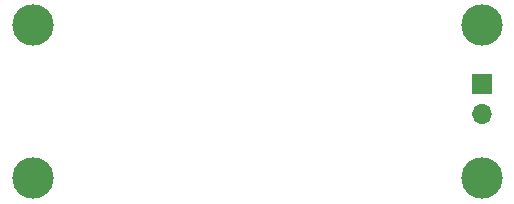
<source format=gbs>
G04 #@! TF.GenerationSoftware,KiCad,Pcbnew,(5.1.4)-1*
G04 #@! TF.CreationDate,2020-04-16T23:28:20+09:00*
G04 #@! TF.ProjectId,solenoid-driver,736f6c65-6e6f-4696-942d-647269766572,rev?*
G04 #@! TF.SameCoordinates,Original*
G04 #@! TF.FileFunction,Soldermask,Bot*
G04 #@! TF.FilePolarity,Negative*
%FSLAX46Y46*%
G04 Gerber Fmt 4.6, Leading zero omitted, Abs format (unit mm)*
G04 Created by KiCad (PCBNEW (5.1.4)-1) date 2020-04-16 23:28:20*
%MOMM*%
%LPD*%
G04 APERTURE LIST*
%ADD10C,3.500000*%
%ADD11O,1.700000X1.700000*%
%ADD12R,1.700000X1.700000*%
G04 APERTURE END LIST*
D10*
X210000000Y-124000000D03*
X210000000Y-111000000D03*
X172000000Y-124000000D03*
X172000000Y-111000000D03*
D11*
X210000000Y-118540000D03*
D12*
X210000000Y-116000000D03*
M02*

</source>
